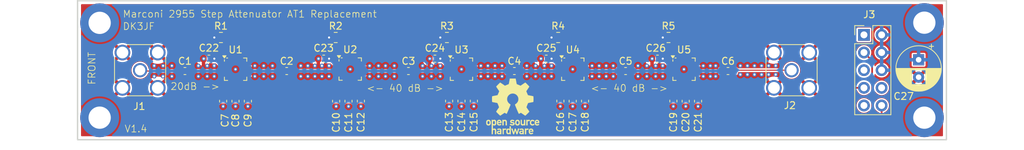
<source format=kicad_pcb>
(kicad_pcb (version 20240108) (generator "pcbnew") (generator_version "8.0")
  (layers (0 "F.Cu" signal) (1 "In1.Cu" signal) (2 "In2.Cu" signal) (31 "B.Cu" signal) (34 "B.Paste" user) (35 "F.Paste" user) (36 "B.SilkS" user "B.Silkscreen") (37 "F.SilkS" user "F.Silkscreen") (38 "B.Mask" user) (39 "F.Mask" user) (44 "Edge.Cuts" user))
  (net 0 "")
  (net 1 "Net-(U1-RF1)")
  (net 2 "Net-(J1-In)")
  (net 3 "Net-(U2-RF1)")
  (net 4 "Net-(U1-RF2)")
  (net 5 "Net-(U3-RF1)")
  (net 6 "Net-(U2-RF2)")
  (net 7 "Net-(U3-RF2)")
  (net 8 "Net-(U4-RF1)")
  (net 9 "Net-(U5-RF1)")
  (net 10 "Net-(U4-RF2)")
  (net 11 "Net-(J2-In)")
  (net 12 "Net-(U5-RF2)")
  (net 13 "GND")
  (net 14 "Net-(U1-ACG1)")
  (net 15 "Net-(U1-ACG2)")
  (net 16 "Net-(U1-ACG3)")
  (net 17 "Net-(U2-ACG1)")
  (net 18 "Net-(U2-ACG2)")
  (net 19 "Net-(U2-ACG3)")
  (net 20 "Net-(U3-ACG1)")
  (net 21 "Net-(U3-ACG2)")
  (net 22 "Net-(U3-ACG3)")
  (net 23 "Net-(U4-ACG1)")
  (net 24 "Net-(U4-ACG2)")
  (net 25 "Net-(U4-ACG3)")
  (net 26 "Net-(U5-ACG1)")
  (net 27 "Net-(U5-ACG2)")
  (net 28 "Net-(U5-ACG3)")
  (net 29 "+5V")
  (net 32 "Net-(J3-Pin_7)")
  (net 33 "Net-(J3-Pin_10)")
  (net 34 "Net-(J3-Pin_3)")
  (footprint "Resistor_SMD:R_0805_2012Metric" (layer "F.Cu") (at 187.017 36.576)
    (property "Reference" "R5")
    (property "Value" "330")
  )
  (footprint "Capacitor_SMD:C_0603_1608Metric" (layer "F.Cu") (at 137.411 39.624 180)
    (property "Reference" "C23")
    (property "Value" "10nF" (hide yes))
  )
  (footprint "Capacitor_SMD:C_0603_1608Metric" (layer "F.Cu") (at 142.758 45.72 -90)
    (property "Reference" "C12")
    (property "Value" "100nF" (hide yes))
  )
  (footprint "Capacitor_SMD:C_0603_1608Metric" (layer "F.Cu") (at 159.014 45.72 -90)
    (property "Reference" "C15")
    (property "Value" "100nF" (hide yes))
  )
  (footprint "MountingHole:MountingHole_3.2mm_M3_DIN965_Pad" (layer "F.Cu") (at 105.1814 48.1076)
    (property "Reference" "REF**" (hide yes))
    (property "Value" "MountingHole_3.2mm_M3_DIN965_Pad")
  )
  (footprint "Package_DFN_QFN:QFN-16-1EP_3x3mm_P0.5mm_EP1.9x1.9mm" (layer "F.Cu") (at 141.222 41.115)
    (property "Reference" "U2")
    (property "Value" "~" (hide yes))
  )
  (footprint "Capacitor_SMD:C_0603_1608Metric" (layer "F.Cu") (at 191.272 45.733 -90)
    (property "Reference" "C21")
    (property "Value" "100nF" (hide yes))
  )
  (footprint "Capacitor_SMD:C_0603_1608Metric" (layer "F.Cu") (at 157.236 45.72 -90)
    (property "Reference" "C14")
    (property "Value" "100nF" (hide yes))
  )
  (footprint "Symbol:OSHW-Logo_7.5x8mm_SilkScreen" (layer "F.Cu") (at 164.602 46.482)
    (property "Reference" "REF**" (hide yes))
    (property "Value" "OSHW-Logo_7.5x8mm_SilkScreen" (hide yes))
  )
  (footprint "Resistor_SMD:R_0805_2012Metric" (layer "F.Cu") (at 122.629 36.576)
    (property "Reference" "R1")
    (property "Value" "330")
  )
  (footprint "MountingHole:MountingHole_3.2mm_M3_DIN965_Pad" (layer "F.Cu") (at 105.1814 34.4678)
    (property "Reference" "REF**" (hide yes))
    (property "Value" "MountingHole_3.2mm_M3_DIN965_Pad")
  )
  (footprint "Capacitor_SMD:C_0603_1608Metric" (layer "F.Cu") (at 153.413 39.624 180)
    (property "Reference" "C24")
    (property "Value" "10nF" (hide yes))
  )
  (footprint "MountingHole:MountingHole_3.2mm_M3_DIN965_Pad" (layer "F.Cu") (at 223.8248 34.4424)
    (property "Reference" "REF**" (hide yes))
    (property "Value" "MountingHole_3.2mm_M3_DIN965_Pad")
  )
  (footprint "Capacitor_SMD:C_0603_1608Metric" (layer "F.Cu") (at 164.843 41.402)
    (property "Reference" "C4")
    (property "Value" "10nF")
  )
  (footprint "Capacitor_SMD:C_0603_1608Metric" (layer "F.Cu") (at 132.09 41.402)
    (property "Reference" "C2")
    (property "Value" "10nF")
  )
  (footprint "Capacitor_SMD:C_0603_1608Metric" (layer "F.Cu") (at 187.716 45.72 -90)
    (property "Reference" "C19")
    (property "Value" "100nF" (hide yes))
  )
  (footprint "Capacitor_SMD:C_0603_1608Metric" (layer "F.Cu") (at 140.98 45.733 -90)
    (property "Reference" "C11")
    (property "Value" "100nF" (hide yes))
  )
  (footprint "Capacitor_SMD:C_0603_1608Metric" (layer "F.Cu") (at 149.603 41.402)
    (property "Reference" "C3")
    (property "Value" "10nF")
  )
  (footprint "Capacitor_SMD:C_0603_1608Metric" (layer "F.Cu") (at 180.845 41.402)
    (property "Reference" "C5")
    (property "Value" "10nF")
  )
  (footprint "Capacitor_SMD:C_0603_1608Metric" (layer "F.Cu") (at 189.494 45.733 -90)
    (property "Reference" "C20")
    (property "Value" "100nF" (hide yes))
  )
  (footprint "Package_DFN_QFN:QFN-16-1EP_3x3mm_P0.5mm_EP1.9x1.9mm" (layer "F.Cu") (at 173.25 41.1365)
    (property "Reference" "U4")
    (property "Value" "~" (hide yes))
  )
  (footprint "Package_DFN_QFN:QFN-16-1EP_3x3mm_P0.5mm_EP1.9x1.9mm" (layer "F.Cu") (at 157.232 41.1365)
    (property "Reference" "U3")
    (property "Value" "~" (hide yes))
  )
  (footprint "Connector_Coaxial:SMA_Wurth_60312002114503_Vertical" (layer "F.Cu") (at 110.998 41.28)
    (property "Reference" "J1")
    (property "Value" "Conn_SMA")
  )
  (footprint "Capacitor_THT:CP_Radial_D6.3mm_P2.50mm" (layer "F.Cu") (at 223 39.78 -90)
    (property "Reference" "C27")
    (property "Value" "10uf")
  )
  (footprint "Connector_Coaxial:SMA_Wurth_60312002114503_Vertical" (layer "F.Cu") (at 204.724 41.28)
    (property "Reference" "J2")
    (property "Value" "Conn_SMA")
  )
  (footprint "Resistor_SMD:R_0805_2012Metric" (layer "F.Cu") (at 139.139 36.576)
    (property "Reference" "R2")
    (property "Value" "330")
  )
  (footprint "Capacitor_SMD:C_0603_1608Metric" (layer "F.Cu") (at 126.502 45.733 -90)
    (property "Reference" "C9")
    (property "Value" "100nF" (hide yes))
  )
  (footprint "Resistor_SMD:R_0805_2012Metric" (layer "F.Cu") (at 155.141 36.576)
    (property "Reference" "R3")
    (property "Value" "330")
  )
  (footprint "Capacitor_SMD:C_0603_1608Metric" (layer "F.Cu") (at 169.428 39.624 180)
    (property "Reference" "C25")
    (property "Value" "10nF" (hide yes))
  )
  (footprint "Capacitor_SMD:C_0603_1608Metric" (layer "F.Cu") (at 173.238 45.733 -90)
    (property "Reference" "C17")
    (property "Value" "100nF" (hide yes))
  )
  (footprint "Capacitor_SMD:C_0603_1608Metric" (layer "F.Cu") (at 124.724 45.733 -90)
    (property "Reference" "C8")
    (property "Value" "100nF" (hide yes))
  )
  (footprint "Capacitor_SMD:C_0603_1608Metric" (layer "F.Cu") (at 122.946 45.733 -90)
    (property "Reference" "C7")
    (property "Value" "100nF" (hide yes))
  )
  (footprint "Package_DFN_QFN:QFN-16-1EP_3x3mm_P0.5mm_EP1.9x1.9mm" (layer "F.Cu") (at 124.7355 41.1365)
    (property "Reference" "U1")
    (property "Value" "~" (hide yes))
  )
  (footprint "MountingHole:MountingHole_3.2mm_M3_DIN965_Pad" (layer "F.Cu") (at 223.8248 48.1076)
    (property "Reference" "REF**" (hide yes))
    (property "Value" "MountingHole_3.2mm_M3_DIN965_Pad")
  )
  (footprint "Capacitor_SMD:C_0603_1608Metric" (layer "F.Cu") (at 155.458 45.72 -90)
    (property "Reference" "C13")
    (property "Value" "100nF" (hide yes))
  )
  (footprint "Capacitor_SMD:C_0603_1608Metric" (layer "F.Cu") (at 117.449 41.402)
    (property "Reference" "C1")
    (property "Value" "10nF")
  )
  (footprint "Connector_PinHeader_2.54mm:PinHeader_2x05_P2.54mm_Vertical" (layer "F.Cu") (at 215.138 36.195)
    (property "Reference" "J3")
    (property "Value" "PM3")
  )
  (footprint "Capacitor_SMD:C_0603_1608Metric" (layer "F.Cu") (at 175.016 45.72 -90)
    (property "Reference" "C18")
    (property "Value" "100nF" (hide yes))
  )
  (footprint "Package_DFN_QFN:QFN-16-1EP_3x3mm_P0.5mm_EP1.9x1.9mm" (layer "F.Cu") (at 189.252 41.1365)
    (property "Reference" "U5")
    (property "Value" "~" (hide yes))
  )
  (footprint "Capacitor_SMD:C_0603_1608Metric" (layer "F.Cu") (at 185.43 39.624 180)
    (property "Reference" "C26")
    (property "Value" "10nF" (hide yes))
  )
  (footprint "Capacitor_SMD:C_0603_1608Metric" (layer "F.Cu") (at 139.202 45.733 -90)
    (property "Reference" "C10")
    (property "Value" "100nF" (hide yes))
  )
  (footprint "Capacitor_SMD:C_0603_1608Metric" (layer "F.Cu") (at 120.901 39.624 180)
    (property "Reference" "C22")
    (property "Value" "10nF" (hide yes))
  )
  (footprint "Capacitor_SMD:C_0603_1608Metric" (layer "F.Cu") (at 171.46 45.72 -90)
    (property "Reference" "C16")
    (property "Value" "100nF" (hide yes))
  )
  (footprint "Capacitor_SMD:C_0603_1608Metric" (layer "F.Cu") (at 195.577 41.402)
    (property "Reference" "C6")
    (property "Value" "10nF")
  )
  (footprint "Resistor_SMD:R_0805_2012Metric" (layer "F.Cu") (at 171.143 36.576)
    (property "Reference" "R4")
    (property "Value" "330")
  )
  (gr_rect (start 102 31.28) (end 227 51.28) (stroke (width 0.2)) (fill none) (layer "Edge.Cuts"))
  (gr_text "Marconi 2955 Step Attenuator AT1 Replacement" (at 108.458 33.782 0) (layer "F.SilkS") (effects (font (size 1 1) (thickness 0.1)) (justify left bottom)))
  (gr_text "FRONT" (at 104.648 43.434 90) (layer "F.SilkS") (effects (font (size 1 1) (thickness 0.1)) (justify left bottom)))
  (gr_text "V1.4" (at 108.712 50.292 0) (layer "F.SilkS") (effects (font (size 1 1) (thickness 0.1)) (justify left bottom)))
  (gr_text "<- 40 dB ->" (at 143.52 44.45 0) (layer "F.SilkS") (effects (font (size 1 1) (thickness 0.1)) (justify left bottom)))
  (gr_text "DK3JF" (at 108.458 35.56 0) (layer "F.SilkS") (effects (font (size 1 1) (thickness 0.1)) (justify left bottom)))
  (gr_text "<- 40 dB ->" (at 175.778 44.45 0) (layer "F.SilkS") (effects (font (size 1 1) (thickness 0.1)) (justify left bottom)))
  (gr_text "20dB ->" (at 115.316 44.196 0) (layer "F.SilkS") (effects (font (size 1 1) (thickness 0.1)) (justify left bottom)))
  (segment (start 118.2395 41.3865) (end 118.224 41.402) (width 0.1565) (layer "F.Cu") (net 1))
  (segment (start 123.223 41.3865) (end 118.2395 41.3865) (width 0.1483) (layer "F.Cu") (net 1))
  (segment (start 116.674 41.402) (end 111.12 41.402) (width 0.1565) (layer "F.Cu") (net 2))
  (segment (start 116.552 41.28) (end 116.674 41.402) (width 0.1565) (layer "F.Cu") (net 2))
  (segment (start 111.12 41.402) (end 110.998 41.28) (width 0.1565) (layer "F.Cu") (net 2))
  (segment (start 132.902 41.365) (end 132.865 41.402) (width 0.1565) (layer "F.Cu") (net 3))
  (segment (start 139.7095 41.365) (end 132.902 41.365) (width 0.1483) (layer "F.Cu") (net 3))
  (segment (start 131.2995 41.3865) (end 131.315 41.402) (width 0.1565) (layer "F.Cu") (net 4))
  (segment (start 126.248 41.3865) (end 131.2995 41.3865) (width 0.1483) (layer "F.Cu") (net 4))
  (segment (start 150.3935 41.3865) (end 150.378 41.402) (width 0.1565) (layer "F.Cu") (net 5))
  (segment (start 155.7195 41.3865) (end 150.3935 41.3865) (width 0.1483) (layer "F.Cu") (net 5))
  (segment (start 148.828 41.402) (end 142.7715 41.402) (width 0.1483) (layer "F.Cu") (net 6))
  (segment (start 142.7715 41.402) (end 142.7345 41.365) (width 0.1565) (layer "F.Cu") (net 6))
  (segment (start 158.76 41.402) (end 158.7445 41.3865) (width 0.1565) (layer "F.Cu") (net 7))
  (segment (start 164.068 41.402) (end 158.76 41.402) (width 0.1483) (layer "F.Cu") (net 7))
  (segment (start 165.6335 41.3865) (end 165.618 41.402) (width 0.1565) (layer "F.Cu") (net 8))
  (segment (start 171.7375 41.3865) (end 165.6335 41.3865) (width 0.1483) (layer "F.Cu") (net 8))
  (segment (start 181.62 41.402) (end 187.724 41.402) (width 0.1483) (layer "F.Cu") (net 9))
  (segment (start 187.724 41.402) (end 187.7395 41.3865) (width 0.1565) (layer "F.Cu") (net 9))
  (segment (start 174.7625 41.3865) (end 180.0545 41.3865) (width 0.1483) (layer "F.Cu") (net 10))
  (segment (start 180.0545 41.3865) (end 180.07 41.402) (width 0.1565) (layer "F.Cu") (net 10))
  (segment (start 204.724 41.28) (end 196.474 41.28) (width 0.1483) (layer "F.Cu") (net 11))
  (segment (start 196.474 41.28) (end 196.352 41.402) (width 0.1565) (layer "F.Cu") (net 11))
  (segment (start 190.78 41.402) (end 190.7645 41.3865) (width 0.1565) (layer "F.Cu") (net 12))
  (segment (start 194.802 41.402) (end 190.78 41.402) (width 0.1483) (layer "F.Cu") (net 12))
  (segment (start 124.7355 41.1365) (end 124.9855 40.8865) (width 0.2) (layer "F.Cu") (net 13))
  (segment (start 139.7095 40.865) (end 140.951 40.865) (width 0.2) (layer "F.Cu") (net 13))
  (segment (start 141.472 40.865) (end 141.222 41.115) (width 0.2) (layer "F.Cu") (net 13))
  (segment (start 171.7375 41.8865) (end 172.5 41.8865) (width 0.2) (layer "F.Cu") (net 13))
  (segment (start 173.5 40.8865) (end 173.25 41.1365) (width 0.25) (layer "F.Cu") (net 13))
  (segment (start 155.7195 41.8865) (end 156.4975 41.8865) (width 0.2) (layer "F.Cu") (net 13))
  (segment (start 188.9785 40.8865) (end 189.24 41.148) (width 0.2) (layer "F.Cu") (net 13))
  (segment (start 156.982 40.8865) (end 157.232 41.1365) (width 0.2) (layer "F.Cu") (net 13))
  (segment (start 190.7645 40.8865) (end 189.5015 40.8865) (width 0.2) (layer "F.Cu") (net 13))
  (segment (start 155.7195 40.8865) (end 156.982 40.8865) (width 0.2) (layer "F.Cu") (net 13))
  (segment (start 140.951 40.865) (end 141.234 41.148) (width 0.2) (layer "F.Cu") (net 13))
  (segment (start 171.7375 41.8865) (end 170.825 41.8865) (width 0.2) (layer "F.Cu") (net 13))
  (segment (start 124.4625 40.8865) (end 123.223 40.8865) (width 0.2) (layer "F.Cu") (net 13))
  (segment (start 187.7395 41.8865) (end 188.5015 41.8865) (width 0.2) (layer "F.Cu") (net 13))
  (segment (start 158.7445 40.8865) (end 157.482 40.8865) (width 0.2) (layer "F.Cu") (net 13))
  (segment (start 142.7345 40.865) (end 141.472 40.865) (width 0.2) (layer "F.Cu") (net 13))
  (segment (start 141.951 41.865) (end 141.234 41.148) (width 0.2) (layer "F.Cu") (net 13))
  (segment (start 172.5 41.8865) (end 173.25 41.1365) (width 0.2) (layer "F.Cu") (net 13))
  (segment (start 174.7625 40.8865) (end 174.724 40.8865) (width 0.25) (layer "F.Cu") (net 13))
  (segment (start 124.724 41.148) (end 125.4625 41.8865) (width 0.2) (layer "F.Cu") (net 13))
  (segment (start 173.4995 40.8865) (end 173.238 41.148) (width 0.2) (layer "F.Cu") (net 13))
  (segment (start 124.724 41.148) (end 124.4625 40.8865) (width 0.2) (layer "F.Cu") (net 13))
  (segment (start 157.982 41.8865) (end 157.232 41.1365) (width 0.2) (layer "F.Cu") (net 13))
  (segment (start 140.517 41.865) (end 141.234 41.148) (width 0.2) (layer "F.Cu") (net 13))
  (segment (start 187.7395 40.8865) (end 188.9785 40.8865) (width 0.2) (layer "F.Cu") (net 13))
  (segment (start 124.724 41.148) (end 123.9855 41.8865) (width 0.2) (layer "F.Cu") (net 13))
  (segment (start 190.7645 41.8865) (end 189.9785 41.8865) (width 0.2) (layer "F.Cu") (net 13))
  (segment (start 125.4625 41.8865) (end 126.248 41.8865) (width 0.2) (layer "F.Cu") (net 13))
  (segment (start 173 40.8865) (end 173.25 41.1365) (width 0.2) (layer "F.Cu") (net 13))
  (segment (start 124.9855 40.8865) (end 126.248 40.8865) (width 0.2) (layer "F.Cu") (net 13))
  (segment (start 142.7345 41.865) (end 141.951 41.865) (width 0.2) (layer "F.Cu") (net 13))
  (segment (start 156.4975 41.8865) (end 157.236 41.148) (width 0.2) (layer "F.Cu") (net 13))
  (segment (start 174.7625 41.8865) (end 173.9765 41.8865) (width 0.2) (layer "F.Cu") (net 13))
  (segment (start 139.7095 41.865) (end 140.517 41.865) (width 0.2) (layer "F.Cu") (net 13))
  (segment (start 189.5015 40.8865) (end 189.24 41.148) (width 0.2) (layer "F.Cu") (net 13))
  (segment (start 189.9785 41.8865) (end 189.24 41.148) (width 0.2) (layer "F.Cu") (net 13))
  (segment (start 173.9765 41.8865) (end 173.238 41.148) (width 0.2) (layer "F.Cu") (net 13))
  (segment (start 158.7445 41.8865) (end 157.982 41.8865) (width 0.2) (layer "F.Cu") (net 13))
  (segment (start 188.5015 41.8865) (end 189.24 41.148) (width 0.2) (layer "F.Cu") (net 13))
  (segment (start 123.9855 41.8865) (end 123.223 41.8865) (width 0.2) (layer "F.Cu") (net 13))
  (segment (start 174.7625 40.8865) (end 173.5 40.8865) (width 0.25) (layer "F.Cu") (net 13))
  (segment (start 171.7375 40.8865) (end 173 40.8865) (width 0.2) (layer "F.Cu") (net 13))
  (segment (start 157.482 40.8865) (end 157.232 41.1365) (width 0.2) (layer "F.Cu") (net 13))
  (via (at 134.112 42.164) (size 0.6) (drill 0.3) (layers "F.Cu" "B.Cu") (net 13))
  (via (at 186.182 40.64) (size 0.6) (drill 0.3) (layers "F.Cu" "B.Cu") (net 13))
  (via (at 128.778 42.164) (size 0.6) (drill 0.3) (layers "F.Cu" "B.Cu") (net 13))
  (via (at 199.39 40.64) (size 0.6) (drill 0.3) (layers "F.Cu" "B.Cu") (net 13))
  (via (at 161.036 42.164) (size 0.6) (drill 0.3) (layers "F.Cu" "B.Cu") (net 13))
  (via (at 126.502 46.482) (size 0.6) (drill 0.3) (layers "F.Cu" "B.Cu") (net 13))
  (via (at 130.048 42.164) (size 0.6) (drill 0.3) (layers "F.Cu" "B.Cu") (net 13))
  (via (at 162.052 42.164) (size 0.6) (drill 0.3) (layers "F.Cu" "B.Cu") (net 13))
  (via (at 120.65 42.164) (size 0.6) (drill 0.3) (layers "F.Cu" "B.Cu") (net 13))
  (via (at 169.164 42.164) (size 0.6) (drill 0.3) (layers "F.Cu" "B.Cu") (net 13))
  (via (at 161.036 40.64) (size 0.6) (drill 0.3) (layers "F.Cu" "B.Cu") (net 13))
  (via (at 124.724 46.482) (size 0.6) (drill 0.3) (layers "F.Cu" "B.Cu") (net 13))
  (via (at 173.238 41.148) (size 0.6) (drill 0.3) (layers "F.Cu" "B.Cu") (net 13))
  (via (at 146.304 40.64) (size 0.6) (drill 0.3) (layers "F.Cu" "B.Cu") (net 13))
  (via (at 178.054 42.164) (size 0.6) (drill 0.3) (layers "F.Cu" "B.Cu") (net 13))
  (via (at 198.374 41.91) (size 0.6) (drill 0.3) (layers "F.Cu" "B.Cu") (net 13))
  (via (at 121.666 40.64) (size 0.6) (drill 0.3) (layers "F.Cu" "B.Cu") (net 13))
  (via (at 144.018 40.64) (size 0.6) (drill 0.3) (layers "F.Cu" "B.Cu") (net 13))
  (via (at 136.144 42.164) (size 0.6) (drill 0.3) (layers "F.Cu" "B.Cu") (net 13))
  (via (at 182.626 42.164) (size 0.6) (drill 0.3) (layers "F.Cu" "B.Cu") (net 13))
  (via (at 184.668 39.624) (size 0.6) (drill 0.3) (layers "F.Cu" "B.Cu") (net 13))
  (via (at 177.038 42.164) (size 0.6) (drill 0.3) (layers "F.Cu" "B.Cu") (net 13))
  (via (at 192.024 42.164) (size 0.6) (drill 0.3) (layers "F.Cu" "B.Cu") (net 13))
  (via (at 140.98 46.482) (size 0.6) (drill 0.3) (layers "F.Cu" "B.Cu") (net 13))
  (via (at 176.022 40.64) (size 0.6) (drill 0.3) (layers "F.Cu" "B.Cu") (net 13))
  (via (at 200.406 40.64) (size 0.6) (drill 0.3) (layers "F.Cu" "B.Cu") (net 13))
  (via (at 138.176 40.64) (size 0.6) (drill 0.3) (layers "F.Cu" "B.Cu") (net 13))
  (via (at 136.662 39.624) (size 0.6) (drill 0.3) (layers "F.Cu" "B.Cu") (net 13))
  (via (at 175.016 46.482) (size 0.6) (drill 0.3) (layers "F.Cu" "B.Cu") (net 13))
  (via (at 173.238 46.482) (size 0.6) (drill 0.3) (layers "F.Cu" "B.Cu") (net 13))
  (via (at 183.896 42.164) (size 0.6) (drill 0.3) (layers "F.Cu" "B.Cu") (net 13))
  (via (at 147.574 42.164) (size 0.6) (drill 0.3) (layers "F.Cu" "B.Cu") (net 13))
  (via (at 120.152 39.624) (size 0.6) (drill 0.3) (layers "F.Cu" "B.Cu") (net 13))
  (via (at 183.896 40.64) (size 0.6) (drill 0.3) (layers "F.Cu" "B.Cu") (net 13))
  (via (at 145.288 42.164) (size 0.6) (drill 0.3) (layers "F.Cu" "B.Cu") (net 13))
  (via (at 122.946 46.482) (size 0.6) (drill 0.3) (layers "F.Cu" "B.Cu") (net 13))
  (via (at 146.304 42.164) (size 0.6) (drill 0.3) (layers "F.Cu" "B.Cu") (net 13))
  (via (at 179.07 42.164) (size 0.6) (drill 0.3) (layers "F.Cu" "B.Cu") (net 13))
  (via (at 160.02 40.64) (size 0.6) (drill 0.3) (layers "F.Cu" "B.Cu") (net 13))
  (via (at 135.128 40.64) (size 0.6) (drill 0.3) (layers "F.Cu" "B.Cu") (net 13))
  (via (at 189.494 46.482) (size 0.6) (drill 0.3) (layers "F.Cu" "B.Cu") (net 13))
  (via (at 179.07 40.64) (size 0.6) (drill 0.3) (layers "F.Cu" "B.Cu") (net 13))
  (via (at 200.406 41.91) (size 0.6) (drill 0.3) (layers "F.Cu" "B.Cu") (net 13))
  (via (at 151.638 40.64) (size 0.6) (drill 0.3) (layers "F.Cu" "B.Cu") (net 13))
  (via (at 192.024 40.64) (size 0.6) (drill 0.3) (layers "F.Cu" "B.Cu") (net 13))
  (via (at 162.052 40.64) (size 0.6) (drill 0.3) (layers "F.Cu" "B.Cu") (net 13))
  (via (at 152.908 40.64) (size 0.6) (drill 0.3) (layers "F.Cu" "B.Cu") (net 13))
  (via (at 154.178 42.164) (size 0.6) (drill 0.3) (layers "F.Cu" "B.Cu") (net 13))
  (via (at 155.458 46.482) (size 0.6) (drill 0.3) (layers "F.Cu" "B.Cu") (net 13))
  (via (at 120.65 40.64) (size 0.6) (drill 0.3) (layers "F.Cu" "B.Cu") (net 13))
  (via (at 182.626 40.64) (size 0.6) (drill 0.3) (layers "F.Cu" "B.Cu") (net 13))
  (via (at 127.508 40.64) (size 0.6) (drill 0.3) (layers "F.Cu" "B.Cu") (net 13))
  (via (at 119.38 42.164) (size 0.6) (drill 0.3) (layers "F.Cu" "B.Cu") (net 13))
  (via (at 166.624 40.64) (size 0.6) (drill 0.3) (layers "F.Cu" "B.Cu") (net 13))
  (via (at 115.57 40.64) (size 0.6) (drill 0.3) (layers "F.Cu" "B.Cu") (net 13))
  (via (at 136.144 40.64) (size 0.6) (drill 0.3) (layers "F.Cu" "B.Cu") (net 13))
  (via (at 177.038 40.64) (size 0.6) (drill 0.3) (layers "F.Cu" "B.Cu") (net 13))
  (via (at 152.664 39.624) (size 0.6) (drill 0.3) (layers "F.Cu" "B.Cu") (net 13))
  (via (at 159.014 46.482) (size 0.6) (drill 0.3) (layers "F.Cu" "B.Cu") (net 13))
  (via (at 191.272 46.482) (size 0.6) (drill 0.3) (layers "F.Cu" "B.Cu") (net 13))
  (via (at 167.894 42.164) (size 0.6) (drill 0.3) (layers "F.Cu" "B.Cu") (net 13))
  (via (at 171.46 46.482) (size 0.6) (drill 0.3) (layers "F.Cu" "B.Cu") (net 13))
  (via (at 121.666 42.164) (size 0.6) (drill 0.3) (layers "F.Cu" "B.Cu") (net 13))
  (via (at 115.57 42.164) (size 0.6) (drill 0.3) (layers "F.Cu" "B.Cu") (net 13))
  (via (at 157.236 46.482) (size 0.6) (drill 0.3) (layers "F.Cu" "B.Cu") (net 13))
  (via (at 141.234 41.148) (size 0.6) (drill 0.3) (layers "F.Cu" "B.Cu") (net 13))
  (via (at 197.358 40.64) (size 0.6) (drill 0.3) (layers "F.Cu" "B.Cu") (net 13))
  (via (at 163.068 40.64) (size 0.6) (drill 0.3) (layers "F.Cu" "B.Cu") (net 13))
  (via (at 138.176 42.164) (size 0.6) (drill 0.3) (layers "F.Cu" "B.Cu") (net 13))
  (via (at 147.574 40.64) (size 0.6) (drill 0.3) (layers "F.Cu" "B.Cu") (net 13))
  (via (at 119.38 40.64) (size 0.6) (drill 0.3) (layers "F.Cu" "B.Cu") (net 13))
  (via (at 167.894 40.64) (size 0.6) (drill 0.3) (layers "F.Cu" "B.Cu") (net 13))
  (via (at 169.164 40.64) (size 0.6) (drill 0.3) (layers "F.Cu" "B.Cu") (net 13))
  (via (at 114.3 40.64) (size 0.6) (drill 0.3) (layers "F.Cu" "B.Cu") (net 13))
  (via (at 160.02 42.164) (size 0.6) (drill 0.3) (layers "F.Cu" "B.Cu") (net 13))
  (via (at 197.358 41.91) (size 0.6) (drill 0.3) (layers "F.Cu" "B.Cu") (net 13))
  (via (at 193.04 40.64) (size 0.6) (drill 0.3) (layers "F.Cu" "B.Cu") (net 13))
  (via (at 139.202 46.482) (size 0.6) (drill 0.3) (layers "F.Cu" "B.Cu") (net 13))
  (via (at 114.3 42.164) (size 0.6) (drill 0.3) (layers "F.Cu" "B.Cu") (net 13))
  (via (at 187.716 46.482) (size 0.6) (drill 0.3) (layers "F.Cu" "B.Cu") (net 13))
  (via (at 137.16 40.64) (size 0.6) (drill 0.3) (layers "F.Cu" "B.Cu") (net 13))
  (via (at 168.666 39.624) (size 0.6) (drill 0.3) (layers "F.Cu" "B.Cu") (net 13))
  (via (at 130.048 40.64) (size 0.6) (drill 0.3) (layers "F.Cu" "B.Cu") (net 13))
  (via (at 186.182 42.164) (size 0.6) (drill 0.3) (layers "F.Cu" "B.Cu") (net 13))
  (via (at 201.422 40.64) (size 0.6) (drill 0.3) (layers "F.Cu" "B.Cu") (net 13))
  (via (at 178.054 40.64) (size 0.6) (drill 0.3) (layers "F.Cu" "B.Cu") (net 13))
  (via (at 185.166 40.64) (size 0.6) (drill 0.3) (layers "F.Cu" "B.Cu") (net 13))
  (via (at 128.778 40.64) (size 0.6) (drill 0.3) (layers "F.Cu" "B.Cu") (net 13))
  (via (at 127.508 42.164) (size 0.6) (drill 0.3) (layers "F.Cu" "B.Cu") (net 13))
  (via (at 199.39 41.91) (size 0.6) (drill 0.3) (layers "F.Cu" "B.Cu") (net 13))
  (via (at 170.18 42.164) (size 0.6) (drill 0.3) (layers "F.Cu" "B.Cu") (net 13))
  (via (at 163.068 42.164) (size 0.6) (drill 0.3) (layers "F.Cu" "B.Cu") (net 13))
  (via (at 134.112 40.64) (size 0.6) (drill 0.3) (layers "F.Cu" "B.Cu") (net 13))
  (via (at 201.422 41.91) (size 0.6) (drill 0.3) (layers "F.Cu" "B.Cu") (net 13))
  (via (at 166.624 42.164) (size 0.6) (drill 0.3) (layers "F.Cu" "B.Cu") (net 13))
  (via (at 157.236 41.148) (size 0.6) (drill 0.3) (layers "F.Cu" "B.Cu") (net 13))
  (via (at 113.03 42.164) (size 0.6) (drill 0.3) (layers "F.Cu" "B.Cu") (net 13))
  (via (at 189.24 41.148) (size 0.6) (drill 0.3) (layers "F.Cu" "B.Cu") (net 13))
  (via (at 137.16 42.164) (size 0.6) (drill 0.3) (layers "F.Cu" "B.Cu") (net 13))
  (via (at 202.438 41.91) (size 0.6) (drill 0.3) (layers "F.Cu" "B.Cu") (net 13))
  (via (at 193.802 42.164) (size 0.6) (drill 0.3) (layers "F.Cu" "B.Cu") (net 13))
  (via (at 152.908 42.164) (size 0.6) (drill 0.3) (layers "F.Cu" "B.Cu") (net 13))
  (via (at 144.018 42.164) (size 0.6) (drill 0.3) (layers "F.Cu" "B.Cu") (net 13))
  (via (at 145.288 40.64) (size 0.6) (drill 0.3) (layers "F.Cu" "B.Cu") (net 13))
  (via (at 176.022 42.164) (size 0.6) (drill 0.3) (layers "F.Cu" "B.Cu") (net 13))
  (via (at 193.802 40.64) (size 0.6) (drill 0.3) (layers "F.Cu" "B.Cu") (net 13))
  (via (at 154.178 40.64) (size 0.6) (drill 0.3) (layers "F.Cu" "B.Cu") (net 13))
  (via (at 193.04 42.164) (size 0.6) (drill 0.3) (layers "F.Cu" "B.Cu") (net 13))
  (via (at 135.128 42.164) (size 0.6) (drill 0.3) (layers "F.Cu" "B.Cu") (net 13))
  (via (at 185.166 42.164) (size 0.6) (drill 0.3) (layers "F.Cu" "B.Cu") (net 13))
  (via (at 113.03 40.64) (size 0.6) (drill 0.3) (layers "F.Cu" "B.Cu") (net 13))
  (via (at 202.438 40.64) (size 0.6) (drill 0.3) (layers "F.Cu" "B.Cu") (net 13))
  (via (at 198.374 40.64) (size 0.6) (drill 0.3) (layers "F.Cu" "B.Cu") (net 13))
  (via (at 142.758 46.482) (size 0.6) (drill 0.3) (layers "F.Cu" "B.Cu") (net 13))
  (via (at 170.18 40.64) (size 0.6) (drill 0.3) (layers "F.Cu" "B.Cu") (net 13))
  (via (at 151.638 42.164) (size 0.6) (drill 0.3) (layers "F.Cu" "B.Cu") (net 13))
  (via (at 124.724 41.148) (size 0.6) (drill 0.3) (layers "F.Cu" "B.Cu") (net 13))
  (segment (start 123.9855 43.9185) (end 122.946 44.958) (width 0.25) (layer "F.Cu") (net 14))
  (segment (start 123.9855 42.649) (end 123.9855 43.9185) (width 0.25) (layer "F.Cu") (net 14))
  (segment (start 124.9855 44.6965) (end 124.724 44.958) (width 0.25) (layer "F.Cu") (net 15))
  (segment (start 124.9855 42.649) (end 124.9855 44.6965) (width 0.25) (layer "F.Cu") (net 15))
  (segment (start 125.4855 42.649) (end 125.4855 43.9415) (width 0.25) (layer "F.Cu") (net 16))
  (segment (start 125.4855 43.9415) (end 126.502 44.958) (width 0.25) (layer "F.Cu") (net 16))
  (segment (start 140.472 42.6275) (end 140.472 43.688) (width 0.25) (layer "F.Cu") (net 17))
  (segment (start 140.472 43.688) (end 139.202 44.958) (width 0.25) (layer "F.Cu") (net 17))
  (segment (start 141.472 44.466) (end 140.98 44.958) (width 0.25) (layer "F.Cu") (net 18))
  (segment (start 141.472 42.6275) (end 141.472 44.466) (width 0.25) (layer "F.Cu") (net 18))
  (segment (start 141.972 42.6275) (end 141.972 44.159) (width 0.25) (layer "F.Cu") (net 19))
  (segment (start 141.972 44.159) (end 142.758 44.945) (width 0.25) (layer "F.Cu") (net 19))
  (segment (start 156.482 42.649) (end 156.482 43.921) (width 0.25) (layer "F.Cu") (net 20))
  (segment (start 156.482 43.921) (end 155.458 44.945) (width 0.25) (layer "F.Cu") (net 20))
  (segment (start 157.482 44.699) (end 157.236 44.945) (width 0.25) (layer "F.Cu") (net 21))
  (segment (start 157.482 42.649) (end 157.482 44.699) (width 0.25) (layer "F.Cu") (net 21))
  (segment (start 157.982 43.913) (end 159.014 44.945) (width 0.25) (layer "F.Cu") (net 22))
  (segment (start 157.982 42.649) (end 157.982 43.913) (width 0.25) (layer "F.Cu") (net 22))
  (segment (start 172.5 43.905) (end 171.46 44.945) (width 0.25) (layer "F.Cu") (net 23))
  (segment (start 172.5 42.649) (end 172.5 43.905) (width 0.25) (layer "F.Cu") (net 23))
  (segment (start 173.5 44.696) (end 173.238 44.958) (width 0.25) (layer "F.Cu") (net 24))
  (segment (start 173.5 42.649) (end 173.5 44.696) (width 0.25) (layer "F.Cu") (net 24))
  (segment (start 174 42.649) (end 174 43.929) (width 0.25) (layer "F.Cu") (net 25))
  (segment (start 174 43.929) (end 175.016 44.945) (width 0.25) (layer "F.Cu") (net 25))
  (segment (start 188.502 42.649) (end 188.502 44.159) (width 0.25) (layer "F.Cu") (net 26))
  (segment (start 188.502 44.159) (end 187.716 44.945) (width 0.25) (layer "F.Cu") (net 26))
  (segment (start 189.502 42.649) (end 189.502 44.95) (width 0.25) (layer "F.Cu") (net 27))
  (segment (start 189.502 44.95) (end 189.494 44.958) (width 0.25) (layer "F.Cu") (net 27))
  (segment (start 190.002 43.688) (end 191.272 44.958) (width 0.25) (layer "F.Cu") (net 28))
  (segment (start 190.002 42.649) (end 190.002 43.688) (width 0.25) (layer "F.Cu") (net 28))
  (segment (start 186.9675 40.3865) (end 186.205 39.624) (width 0.25) (layer "F.Cu") (net 29))
  (segment (start 186.205 36.589) (end 186.192 36.576) (width 0.5) (layer "F.Cu") (net 29))
  (segment (start 121.676 39.624) (end 121.676 36.704) (width 0.5) (layer "F.Cu") (net 29))
  (segment (start 186.205 39.624) (end 186.205 36.589) (width 0.5) (layer "F.Cu") (net 29))
  (segment (start 138.186 39.624) (end 138.186 36.704) (width 0.5) (layer "F.Cu") (net 29))
  (segment (start 138.186 36.704) (end 138.314 36.576) (width 0.5) (layer "F.Cu") (net 29))
  (segment (start 170.9655 40.3865) (end 170.203 39.624) (width 0.25) (layer "F.Cu") (net 29))
  (segment (start 122.4385 40.3865) (end 121.676 39.624) (width 0.25) (layer "F.Cu") (net 29))
  (segment (start 123.223 40.3865) (end 122.4385 40.3865) (width 0.25) (layer "F.Cu") (net 29))
  (segment (start 155.7195 40.3865) (end 154.9505 40.3865) (width 0.25) (layer "F.Cu") (net 29))
  (segment (start 186.192 39.611) (end 186.192 39.611) (width 0.5) (layer "F.Cu") (net 29))
  (segment (start 139.7095 40.365) (end 138.927 40.365) (width 0.25) (layer "F.Cu") (net 29))
  (segment (start 170.203 36.691) (end 170.318 36.576) (width 0.5) (layer "F.Cu") (net 29))
  (segment (start 154.9505 40.3865) (end 154.188 39.624) (width 0.25) (layer "F.Cu") (net 29))
  (segment (start 187.7395 40.3865) (end 186.9675 40.3865) (width 0.25) (layer "F.Cu") (net 29))
  (segment (start 154.188 39.624) (end 154.188 36.576) (width 0.5) (layer "F.Cu") (net 29))
  (segment (start 170.318 39.509) (end 170.203 39.624) (width 0.5) (layer "F.Cu") (net 29))
  (segment (start 138.314 36.576) (end 138.186 36.576) (width 0.5) (layer "F.Cu") (net 29))
  (segment (start 186.192 39.611) (end 186.192 39.624) (width 0.5) (layer "F.Cu") (net 29))
  (segment (start 171.7375 40.3865) (end 170.9655 40.3865) (width 0.25) (layer "F.Cu") (net 29))
  (segment (start 121.804 39.496) (end 121.676 39.624) (width 0.5) (layer "F.Cu") (net 29))
  (segment (start 138.314 39.496) (end 138.186 39.624) (width 0.5) (layer "F.Cu") (net 29))
  (segment (start 121.676 36.704) (end 121.804 36.576) (width 0.5) (layer "F.Cu") (net 29))
  (segment (start 170.19 39.624) (end 170.203 36.691) (width 0.5) (layer "F.Cu") (net 29))
  (segment (start 186.205 39.624) (end 186.205 39.624) (width 0.5) (layer "F.Cu") (net 29))
  (segment (start 154.316 39.496) (end 154.188 39.624) (width 0.5) (layer "F.Cu") (net 29))
  (segment (start 170.203 39.624) (end 170.19 39.624) (width 0.5) (layer "F.Cu") (net 29))
  (segment (start 138.927 40.365) (end 138.186 39.624) (width 0.25) (layer "F.Cu") (net 29))
  (segment (start 186.192 39.624) (end 186.205 39.624) (width 0.5) (layer "F.Cu") (net 29))
  (segment (start 121.804 36.576) (end 121.676 36.576) (width 0.5) (layer "F.Cu") (net 29))
  (via (at 186.192 39.624) (size 0.6) (drill 0.3) (layers "F.Cu" "B.Cu") (net 29))
  (via (at 121.676 36.576) (size 0.6) (drill 0.3) (layers "F.Cu" "B.Cu") (net 29))
  (via (at 138.186 39.624) (size 0.6) (drill 0.3) (layers "F.Cu" "B.Cu") (net 29))
  (via (at 154.188 39.624) (size 0.6) (drill 0.3) (layers "F.Cu" "B.Cu") (net 29))
  (via (at 186.192 36.576) (size 0.6) (drill 0.3) (layers "F.Cu" "B.Cu") (net 29))
  (via (at 170.19 36.576) (size 0.6) (drill 0.3) (layers "F.Cu" "B.Cu") (net 29))
  (via (at 121.676 39.624) (size 0.6) (drill 0.3) (layers "F.Cu" "B.Cu") (net 29))
  (via (at 170.19 39.624) (size 0.6) (drill 0.3) (layers "F.Cu" "B.Cu") (net 29))
  (via (at 138.186 36.576) (size 0.6) (drill 0.3) (layers "F.Cu" "B.Cu") (net 29))
  (via (at 154.188 36.576) (size 0.6) (drill 0.3) (layers "F.Cu" "B.Cu") (net 29))
  (segment (start 213.614 34.036) (end 212.852 33.274) (width 0.25) (layer "F.Cu") (net 32))
  (segment (start 123.454 36.576) (end 124.9855 38.1075) (width 0.25) (layer "F.Cu") (net 32))
  (segment (start 126.756 33.274) (end 123.454 36.576) (width 0.25) (layer "F.Cu") (net 32))
  (segment (start 215.138 43.815) (end 213.995 43.815) (width 0.25) (layer "F.Cu") (net 32))
  (segment (start 212.852 33.274) (end 126.756 33.274) (width 0.25) (layer "F.Cu") (net 32))
  (segment (start 213.614 43.434) (end 213.614 34.036) (width 0.25) (layer "F.Cu") (net 32))
  (segment (start 213.995 43.815) (end 213.614 43.434) (width 0.25) (layer "F.Cu") (net 32))
  (segment (start 124.9855 38.1075) (end 124.9855 39.624) (width 0.25) (layer "F.Cu") (net 32))
  (segment (start 171.968 36.576) (end 173.5 38.108) (width 0.25) (layer "F.Cu") (net 33))
  (segment (start 217.678 48.006) (end 217.678 46.355) (width 0.25) (layer "F.Cu") (net 33))
  (segment (start 211.582 47.752) (end 213.36 49.53) (width 0.25) (layer "F.Cu") (net 33))
  (segment (start 210.566 35.306) (end 211.582 36.322) (width 0.25) (layer "F.Cu") (net 33))
  (segment (start 173.238 35.306) (end 187.716 35.306) (width 0.25) (layer "F.Cu") (net 33))
  (segment (start 171.968 36.576) (end 173.238 35.306) (width 0.25) (layer "F.Cu") (net 33))
  (segment (start 211.582 36.322) (end 211.582 47.752) (width 0.25) (layer "F.Cu") (net 33))
  (segment (start 187.716 35.306) (end 210.566 35.306) (width 0.25) (layer "F.Cu") (net 33))
  (segment (start 187.842 36.45) (end 187.842 36.576) (width 0.25) (layer "F.Cu") (net 33))
  (segment (start 173.5 38.108) (end 173.5 39.624) (width 0.25) (layer "F.Cu") (net 33))
  (segment (start 187.716 35.306) (end 187.842 35.432) (width 0.25) (layer "F.Cu") (net 33))
  (segment (start 189.502 38.236) (end 189.502 39.624) (width 0.25) (layer "F.Cu") (net 33))
  (segment (start 216.154 49.53) (end 217.678 48.006) (width 0.25) (layer "F.Cu") (net 33))
  (segment (start 213.36 49.53) (end 216.154 49.53) (width 0.25) (layer "F.Cu") (net 33))
  (segment (start 187.842 36.576) (end 189.502 38.236) (width 0.25) (layer "F.Cu") (net 33))
  (segment (start 187.842 35.432) (end 187.842 36.576) (width 0.25) (layer "F.Cu") (net 33))
  (segment (start 211.836 34.29) (end 155.448 34.29) (width 0.25) (layer "F.Cu") (net 34))
  (segment (start 155.448 34.29) (end 142.25 34.29) (width 0.25) (layer "F.Cu") (net 34))
  (segment (start 211.836 34.29) (end 212.598 35.052) (width 0.25) (layer "F.Cu") (net 34))
  (segment (start 139.964 36.576) (end 141.472 38.084) (width 0.25) (layer "F.Cu") (net 34))
  (segment (start 155.966 36.576) (end 157.482 38.092) (width 0.25) (layer "F.Cu") (net 34))
  (segment (start 216.313 39.91) (end 216.313 48.101) (width 0.25) (layer "F.Cu") (net 34))
  (segment (start 157.482 38.092) (end 157.482 39.624) (width 0.25) (layer "F.Cu") (net 34))
  (segment (start 141.472 38.084) (end 141.472 39.6025) (width 0.25) (layer "F.Cu") (net 34))
  (segment (start 155.966 34.29) (end 155.448 34.29) (width 0.25) (layer "F.Cu") (net 34))
  (segment (start 215.9 48.514) (end 213.614 48.514) (width 0.25) (layer "F.Cu") (net 34))
  (segment (start 212.598 35.052) (end 212.598 47.498) (width 0.25) (layer "F.Cu") (net 34))
  (segment (start 216.313 48.101) (end 215.9 48.514) (width 0.25) (layer "F.Cu") (net 34))
  (segment (start 155.966 36.576) (end 155.966 34.29) (width 0.25) (layer "F.Cu") (net 34))
  (segment (start 215.138 38.735) (end 216.313 39.91) (width 0.25) (layer "F.Cu") (net 34))
  (segment (start 142.25 34.29) (end 139.964 36.576) (width 0.25) (layer "F.Cu") (net 34))
  (segment (start 212.598 47.498) (end 213.614 48.514) (width 0.25) (layer "F.Cu") (net 34))
  (zone (net 13) (net_name "GND") (layer "F.Cu") (priority 3) (connect_pads (clearance 0.2)) (min_thickness 0.2) (fill yes (thermal_gap 0.5) (thermal_bridge_width 0.5))
    (polygon (pts (xy 102 31.28) (xy 227 31.28) (xy 227 51.28) (xy 102 51.28)))
  )
  (zone (net 29) (net_name "+5V") (layer "B.Cu") (priority 1) (connect_pads (clearance 0.25)) (min_thickness 0.25) (fill yes (thermal_gap 0.5) (thermal_bridge_width 0.5))
    (polygon (pts (xy 102 31.28) (xy 227 31.28) (xy 227 51.28) (xy 102 51.28)))
  )
)
</source>
